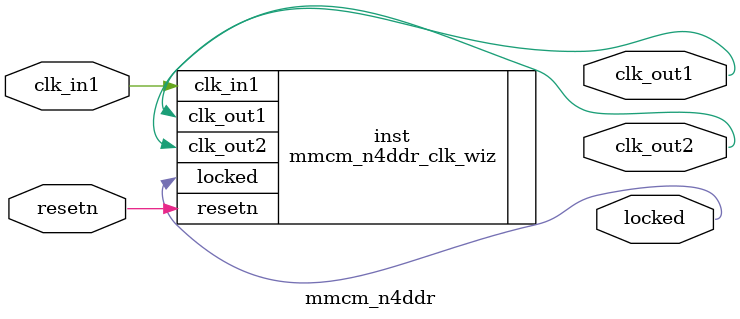
<source format=v>


`timescale 1ps/1ps

(* CORE_GENERATION_INFO = "mmcm_n4ddr,clk_wiz_v5_4_3_0,{component_name=mmcm_n4ddr,use_phase_alignment=true,use_min_o_jitter=false,use_max_i_jitter=false,use_dyn_phase_shift=false,use_inclk_switchover=false,use_dyn_reconfig=false,enable_axi=0,feedback_source=FDBK_AUTO,PRIMITIVE=MMCM,num_out_clk=2,clkin1_period=8.000,clkin2_period=10.000,use_power_down=false,use_reset=true,use_locked=true,use_inclk_stopped=false,feedback_type=SINGLE,CLOCK_MGR_TYPE=NA,manual_override=false}" *)

module mmcm_n4ddr 
 (
  // Clock out ports
  output        clk_out1,
  output        clk_out2,
  // Status and control signals
  input         resetn,
  output        locked,
 // Clock in ports
  input         clk_in1
 );

  mmcm_n4ddr_clk_wiz inst
  (
  // Clock out ports  
  .clk_out1(clk_out1),
  .clk_out2(clk_out2),
  // Status and control signals               
  .resetn(resetn), 
  .locked(locked),
 // Clock in ports
  .clk_in1(clk_in1)
  );

endmodule

</source>
